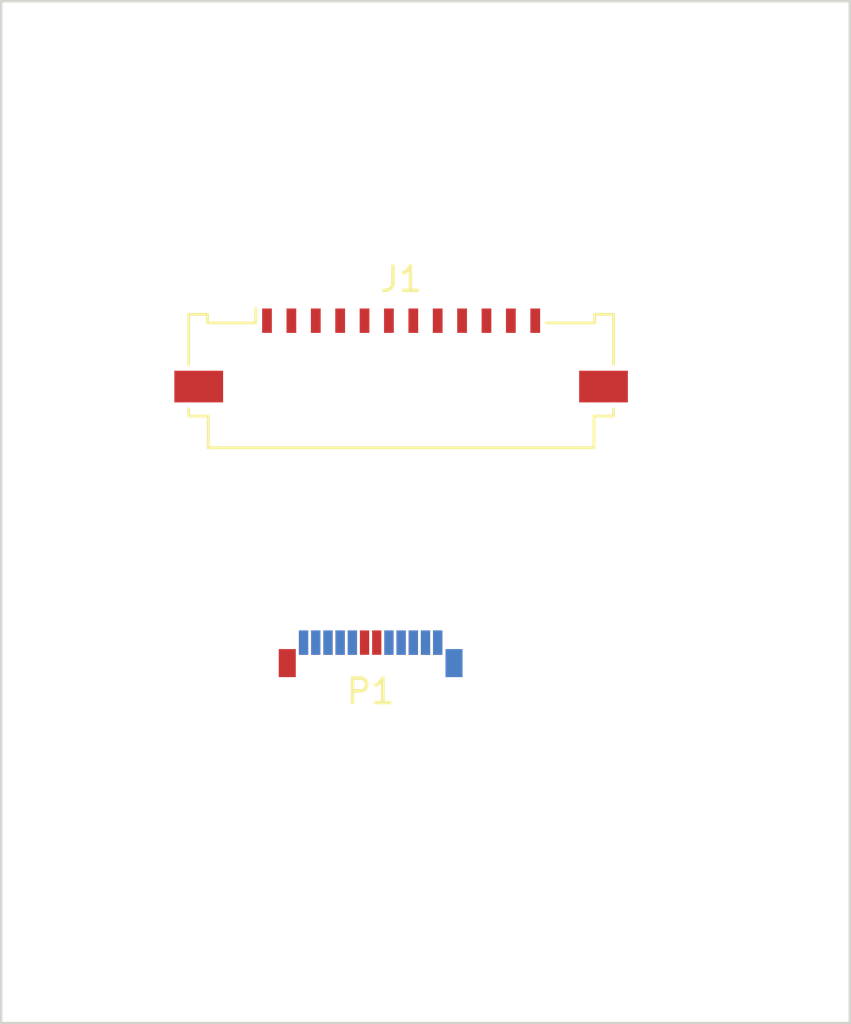
<source format=kicad_pcb>
(kicad_pcb (version 20221018) (generator pcbnew)
  (layers (0 "F.Cu" signal) (31 "B.Cu" signal) (34 "B.Paste" user) (35 "F.Paste" user) (36 "B.SilkS" user "B.Silkscreen") (37 "F.SilkS" user "F.Silkscreen") (38 "B.Mask" user) (39 "F.Mask" user) (44 "Edge.Cuts" user))
  (net 0 "")
  (net 13 "Net-(P1-GND-PadA1)")
  (net 14 "Net-(P1-VBUS-PadA4)")
  (footprint "Connector_USB:USB_C_Plug_Molex_105444" (layer "F.Cu") (at 128.45 88.76)
    (fp_text reference "P1" (at 0 2.04) (layer "F.SilkS"))
    (fp_text value "USB_C_Plug_USB2.0")
    (pad "A1" smd rect (at -2.75 0.04) (size 0.38 1) (layers "F.Cu" "F.Paste" "F.Mask") (net 13 "Net-(P1-GND-PadA1)"))
    (pad "A2" smd rect (at -2.25 0.04) (size 0.38 1) (layers "F.Cu" "F.Paste" "F.Mask"))
    (pad "A3" smd rect (at -1.75 0.04) (size 0.38 1) (layers "F.Cu" "F.Paste" "F.Mask"))
    (pad "A4" smd rect (at -1.25 0.04) (size 0.38 1) (layers "F.Cu" "F.Paste" "F.Mask") (net 14 "Net-(P1-VBUS-PadA4)"))
    (pad "A5" smd rect (at -0.75 0.04) (size 0.38 1) (layers "F.Cu" "F.Paste" "F.Mask"))
    (pad "A6" smd rect (at -0.25 0.04) (size 0.38 1) (layers "F.Cu" "F.Paste" "F.Mask"))
    (pad "A7" smd rect (at 0.25 0.04) (size 0.38 1) (layers "F.Cu" "F.Paste" "F.Mask"))
    (pad "A8" smd rect (at 0.75 0.04) (size 0.38 1) (layers "F.Cu" "F.Paste" "F.Mask"))
    (pad "A9" smd rect (at 1.25 0.04) (size 0.38 1) (layers "F.Cu" "F.Paste" "F.Mask") (net 14 "Net-(P1-VBUS-PadA4)"))
    (pad "A10" smd rect (at 1.75 0.04) (size 0.38 1) (layers "F.Cu" "F.Paste" "F.Mask"))
    (pad "A11" smd rect (at 2.25 0.04) (size 0.38 1) (layers "F.Cu" "F.Paste" "F.Mask"))
    (pad "A12" smd rect (at 2.75 0.04) (size 0.38 1) (layers "F.Cu" "F.Paste" "F.Mask") (net 13 "Net-(P1-GND-PadA1)"))
    (pad "B1" smd rect (at 2.75 0.04) (size 0.38 1) (layers "B.Cu" "B.Paste" "B.Mask") (net 13 "Net-(P1-GND-PadA1)"))
    (pad "B2" smd rect (at 2.25 0.04) (size 0.38 1) (layers "B.Cu" "B.Paste" "B.Mask"))
    (pad "B3" smd rect (at 1.75 0.04) (size 0.38 1) (layers "B.Cu" "B.Paste" "B.Mask"))
    (pad "B4" smd rect (at 1.25 0.04) (size 0.38 1) (layers "B.Cu" "B.Paste" "B.Mask") (net 14 "Net-(P1-VBUS-PadA4)"))
    (pad "B5" smd rect (at 0.75 0.04) (size 0.38 1) (layers "B.Cu" "B.Paste" "B.Mask"))
    (pad "B8" smd rect (at -0.75 0.04) (size 0.38 1) (layers "B.Cu" "B.Paste" "B.Mask"))
    (pad "B9" smd rect (at -1.25 0.04) (size 0.38 1) (layers "B.Cu" "B.Paste" "B.Mask") (net 14 "Net-(P1-VBUS-PadA4)"))
    (pad "B10" smd rect (at -1.75 0.04) (size 0.38 1) (layers "B.Cu" "B.Paste" "B.Mask"))
    (pad "B11" smd rect (at -2.25 0.04) (size 0.38 1) (layers "B.Cu" "B.Paste" "B.Mask"))
    (pad "B12" smd rect (at -2.75 0.04) (size 0.38 1) (layers "B.Cu" "B.Paste" "B.Mask") (net 13 "Net-(P1-GND-PadA1)"))
    (pad "S1" smd rect (at -3.42 0.88) (size 0.7 1.15) (layers "F.Cu" "F.Paste" "F.Mask"))
    (pad "S1" smd rect (at 3.42 0.88) (size 0.7 1.15) (layers "B.Cu" "B.Paste" "B.Mask"))
  )
  (footprint "Connector_FFC-FPC:Molex_200528-0120_1x12-1MP_P1.00mm_Horizontal" (layer "F.Cu") (at 129.7 76.51)
    (fp_text reference "J1" (at 0 -2.61) (layer "F.SilkS"))
    (fp_text value "Conn_01x12")
    (fp_line (start -8.71 -1.17) (end -8.71 0.88) (stroke (width 0.12)) (layer "F.SilkS"))
    (fp_line (start -8.71 2.7) (end -8.71 3) (stroke (width 0.12)) (layer "F.SilkS"))
    (fp_line (start -8.71 3) (end -7.91 3) (stroke (width 0.12)) (layer "F.SilkS"))
    (fp_line (start -7.94 -1.17) (end -8.71 -1.17) (stroke (width 0.12)) (layer "F.SilkS"))
    (fp_line (start -7.94 -0.82) (end -7.94 -1.17) (stroke (width 0.12)) (layer "F.SilkS"))
    (fp_line (start -7.91 3) (end -7.91 4.3) (stroke (width 0.12)) (layer "F.SilkS"))
    (fp_line (start -7.91 4.3) (end 7.91 4.3) (stroke (width 0.12)) (layer "F.SilkS"))
    (fp_line (start -5.96 -1.41) (end -5.96 -0.82) (stroke (width 0.12)) (layer "F.SilkS"))
    (fp_line (start -5.96 -0.82) (end -7.94 -0.82) (stroke (width 0.12)) (layer "F.SilkS"))
    (fp_line (start 7.91 3) (end 8.71 3) (stroke (width 0.12)) (layer "F.SilkS"))
    (fp_line (start 7.91 4.3) (end 7.91 3) (stroke (width 0.12)) (layer "F.SilkS"))
    (fp_line (start 7.94 -1.17) (end 7.94 -0.82) (stroke (width 0.12)) (layer "F.SilkS"))
    (fp_line (start 7.94 -0.82) (end 5.96 -0.82) (stroke (width 0.12)) (layer "F.SilkS"))
    (fp_line (start 8.71 -1.17) (end 7.94 -1.17) (stroke (width 0.12)) (layer "F.SilkS"))
    (fp_line (start 8.71 0.88) (end 8.71 -1.17) (stroke (width 0.12)) (layer "F.SilkS"))
    (fp_line (start 8.71 3) (end 8.71 2.7) (stroke (width 0.12)) (layer "F.SilkS"))
    (pad "1" smd rect (at -5.5 -0.91) (size 0.4 1) (layers "F.Cu" "F.Paste" "F.Mask"))
    (pad "2" smd rect (at -4.5 -0.91) (size 0.4 1) (layers "F.Cu" "F.Paste" "F.Mask"))
    (pad "3" smd rect (at -3.5 -0.91) (size 0.4 1) (layers "F.Cu" "F.Paste" "F.Mask"))
    (pad "4" smd rect (at -2.5 -0.91) (size 0.4 1) (layers "F.Cu" "F.Paste" "F.Mask"))
    (pad "5" smd rect (at -1.5 -0.91) (size 0.4 1) (layers "F.Cu" "F.Paste" "F.Mask"))
    (pad "6" smd rect (at -0.5 -0.91) (size 0.4 1) (layers "F.Cu" "F.Paste" "F.Mask"))
    (pad "7" smd rect (at 0.5 -0.91) (size 0.4 1) (layers "F.Cu" "F.Paste" "F.Mask"))
    (pad "8" smd rect (at 1.5 -0.91) (size 0.4 1) (layers "F.Cu" "F.Paste" "F.Mask"))
    (pad "9" smd rect (at 2.5 -0.91) (size 0.4 1) (layers "F.Cu" "F.Paste" "F.Mask"))
    (pad "10" smd rect (at 3.5 -0.91) (size 0.4 1) (layers "F.Cu" "F.Paste" "F.Mask"))
    (pad "11" smd rect (at 4.5 -0.91) (size 0.4 1) (layers "F.Cu" "F.Paste" "F.Mask"))
    (pad "12" smd rect (at 5.5 -0.91) (size 0.4 1) (layers "F.Cu" "F.Paste" "F.Mask"))
    (pad "MP" smd rect (at -8.3 1.79) (size 2 1.3) (layers "F.Cu" "F.Paste" "F.Mask"))
    (pad "MP" smd rect (at 8.3 1.79) (size 2 1.3) (layers "F.Cu" "F.Paste" "F.Mask"))
  )
  (gr_rect (start 113.3 62.5) (end 148.1 104.4) (stroke (width 0.1)) (fill none) (layer "Edge.Cuts"))
)
</source>
